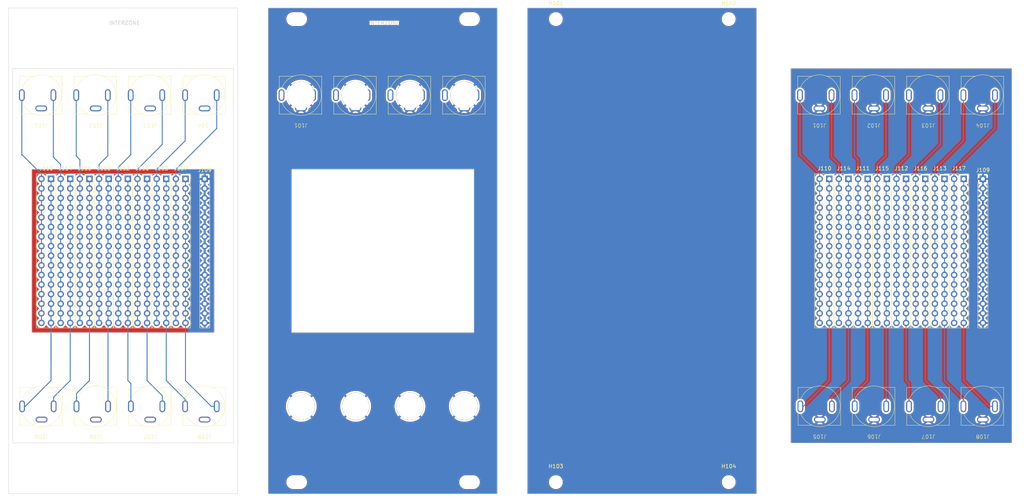
<source format=kicad_pcb>
(kicad_pcb (version 20221018) (generator pcbnew)
  (layers (0 "F.Cu" signal) (31 "B.Cu" signal) (34 "B.Paste" user) (35 "F.Paste" user) (36 "B.SilkS" user "B.Silkscreen") (37 "F.SilkS" user "F.Silkscreen") (38 "B.Mask" user) (39 "F.Mask" user) (44 "Edge.Cuts" user))
  (net 0 "")
  (net 1 "GND")
  (net 2 "Net-(J110-Pin_1)")
  (net 3 "Net-(J112-Pin_1)")
  (net 4 "Net-(J111-Pin_1)")
  (net 5 "Net-(J115-Pin_1)")
  (net 6 "Net-(J114-Pin_1)")
  (net 7 "Net-(J117-Pin_1)")
  (net 8 "Net-(J116-Pin_1)")
  (net 9 "Net-(J113-Pin_1)")
  (net 10 "Net-(J114-Pin_10)")
  (net 11 "Net-(J110-Pin_10)")
  (net 12 "Net-(J115-Pin_10)")
  (net 13 "Net-(J111-Pin_10)")
  (net 14 "Net-(J116-Pin_10)")
  (net 15 "Net-(J112-Pin_10)")
  (net 16 "Net-(J117-Pin_10)")
  (net 17 "Net-(J113-Pin_10)")
  (footprint "Connector_PinSocket_2.54mm:PinSocket_2x16_P2.54mm_Vertical" (layer "F.Cu") (at 6.44 71.64)
    (fp_text reference "J114")
    (fp_text value "Conn_02x16_Odd_Even")
  )
  (footprint "interzone:eurorack_hole" (layer "F.Cu") (at -2.3668 151.8504)
    (fp_text reference "H103")
    (fp_text value "MountingHole")
  )
  (footprint "interzone:XKC PJ-3411" (layer "F.Cu") (at 96.266532 49.499475 180)
    (fp_text reference "J103" hide)
    (fp_text value "Barrel_Jack_Switch_Pin3Ring")
  )
  (footprint "interzone:XKC PJ-3411-hole" (layer "F.Cu") (at 110.6682 131.804325)
    (fp_text reference "H110" hide)
    (fp_text value "MountingHole_Pad" hide)
  )
  (footprint "Connector_PinSocket_2.54mm:PinSocket_2x16_P2.54mm_Vertical" (layer "F.Cu") (at 16.6 71.64)
    (fp_text reference "J115")
    (fp_text value "Conn_02x16_Odd_Even")
  )
  (footprint "interzone:XKC PJ-3411" (layer "F.Cu") (at -1.23 49.499475 180)
    (fp_text reference "J101")
    (fp_text value "Barrel_Jack_Switch_Pin3Ring")
  )
  (footprint "Connector_PinSocket_2.54mm:PinSocket_2x16_P2.54mm_Vertical" (layer "F.Cu") (at 242.75 71.64)
    (fp_text reference "J117")
    (fp_text value "Conn_02x16_Odd_Even")
  )
  (footprint "interzone:eurorack_hole" (layer "F.Cu") (at -2.3668 29.3772)
    (fp_text reference "H101")
    (fp_text value "MountingHole")
  )
  (footprint "interzone:XKC PJ-3411" (layer "F.Cu") (at 27.602 131.804325 180)
    (fp_text reference "J107")
    (fp_text value "Barrel_Jack_Switch_Pin3Ring")
  )
  (footprint "interzone:XKC PJ-3411" (layer "F.Cu") (at 204.686 131.804325 180)
    (fp_text reference "J105")
    (fp_text value "Barrel_Jack_Switch_Pin3Ring")
  )
  (footprint "Connector_PinSocket_2.54mm:PinSocket_2x16_P2.54mm_Vertical" (layer "F.Cu") (at 1.36 71.64)
    (fp_text reference "J110")
    (fp_text value "Conn_02x16_Odd_Even")
  )
  (footprint "Connector_PinSocket_2.54mm:PinSocket_2x16_P2.54mm_Vertical" (layer "F.Cu") (at 227.51 71.64)
    (fp_text reference "J112")
    (fp_text value "Conn_02x16_Odd_Even")
  )
  (footprint "interzone:XKC PJ-3411-hole" (layer "F.Cu") (at 110.6682 49.499475)
    (fp_text reference "H111" hide)
    (fp_text value "MountingHole_Pad" hide)
  )
  (footprint "Connector_PinSocket_2.54mm:PinSocket_2x16_P2.54mm_Vertical" (layer "F.Cu") (at 232.59 71.64)
    (fp_text reference "J116")
    (fp_text value "Conn_02x16_Odd_Even")
  )
  (footprint "Connector_PinSocket_2.54mm:PinSocket_2x16_P2.54mm_Vertical" (layer "F.Cu") (at 21.68 71.64)
    (fp_text reference "J112")
    (fp_text value "Conn_02x16_Odd_Even")
  )
  (footprint "MountingHole:MountingHole_3.2mm_M3" (layer "F.Cu") (at 134.8832 29.3772)
    (fp_text reference "H101")
    (fp_text value "MountingHole")
  )
  (footprint "interzone:XKC PJ-3411" (layer "F.Cu") (at 41.975 131.804325 180)
    (fp_text reference "J108")
    (fp_text value "Barrel_Jack_Switch_Pin3Ring")
  )
  (footprint "interzone:eurorack_hole" (layer "F.Cu") (at 112.0464 151.8504)
    (fp_text reference "H104")
    (fp_text value "MountingHole")
  )
  (footprint "interzone:XKC PJ-3411" (layer "F.Cu") (at 233.432 131.804325 180)
    (fp_text reference "J107")
    (fp_text value "Barrel_Jack_Switch_Pin3Ring")
  )
  (footprint "interzone:XKC PJ-3411" (layer "F.Cu") (at 219.059 131.804325 180)
    (fp_text reference "J106")
    (fp_text value "Barrel_Jack_Switch_Pin3Ring")
  )
  (footprint "interzone:XKC PJ-3411" (layer "F.Cu") (at 247.805 49.499475 180)
    (fp_text reference "J104")
    (fp_text value "Barrel_Jack_Switch_Pin3Ring")
  )
  (footprint "interzone:eurorack_hole" (layer "F.Cu") (at 43.3532 29.3772)
    (fp_text reference "H102")
    (fp_text value "MountingHole")
  )
  (footprint "interzone:XKC PJ-3411" (layer "F.Cu") (at 13.229 131.804325 180)
    (fp_text reference "J106")
    (fp_text value "Barrel_Jack_Switch_Pin3Ring")
  )
  (footprint "interzone:XKC PJ-3411" (layer "F.Cu") (at 219.001666 49.499475 180)
    (fp_text reference "J102")
    (fp_text value "Barrel_Jack_Switch_Pin3Ring")
  )
  (footprint "interzone:XKC PJ-3411" (layer "F.Cu") (at 247.805 131.804325 180)
    (fp_text reference "J108")
    (fp_text value "Barrel_Jack_Switch_Pin3Ring")
  )
  (footprint "MountingHole:MountingHole_3.2mm_M3" (layer "F.Cu") (at 180.6032 151.8504)
    (fp_text reference "H104")
    (fp_text value "MountingHole")
  )
  (footprint "interzone:XKC PJ-3411-hole" (layer "F.Cu") (at 67.5492 131.804325)
    (fp_text reference "H106" hide)
    (fp_text value "MountingHole_Pad" hide)
  )
  (footprint "interzone:XKC PJ-3411" (layer "F.Cu") (at 41.975 49.499475 180)
    (fp_text reference "J104")
    (fp_text value "Barrel_Jack_Switch_Pin3Ring")
  )
  (footprint "interzone:XKC PJ-3411" (layer "F.Cu") (at 233.403332 49.499475 180)
    (fp_text reference "J103")
    (fp_text value "Barrel_Jack_Switch_Pin3Ring")
  )
  (footprint "MountingHole:MountingHole_3.2mm_M3" (layer "F.Cu") (at 134.8832 151.8504)
    (fp_text reference "H103")
    (fp_text value "MountingHole")
  )
  (footprint "interzone:eurorack_hole" (layer "F.Cu") (at 43.3532 151.8504)
    (fp_text reference "H104")
    (fp_text value "MountingHole")
  )
  (footprint "Connector_PinSocket_2.54mm:PinSocket_2x16_P2.54mm_Vertical" (layer "F.Cu") (at 11.52 71.64)
    (fp_text reference "J111")
    (fp_text value "Conn_02x16_Odd_Even")
  )
  (footprint "interzone:eurorack_hole" (layer "F.Cu") (at 112.0464 29.3772)
    (fp_text reference "H102")
    (fp_text value "MountingHole")
  )
  (footprint "interzone:XKC PJ-3411" (layer "F.Cu") (at 204.6 49.499475 180)
    (fp_text reference "J101")
    (fp_text value "Barrel_Jack_Switch_Pin3Ring")
  )
  (footprint "MountingHole:MountingHole_3.2mm_M3" (layer "F.Cu") (at 180.6032 29.3772)
    (fp_text reference "H102")
    (fp_text value "MountingHole")
  )
  (footprint "Connector_PinSocket_2.54mm:PinSocket_2x16_P2.54mm_Vertical" (layer "F.Cu") (at 36.92 71.64)
    (fp_text reference "J117")
    (fp_text value "Conn_02x16_Odd_Even")
  )
  (footprint "interzone:XKC PJ-3411-hole" (layer "F.Cu") (at 96.266532 49.499475)
    (fp_text reference "H109" hide)
    (fp_text value "MountingHole_Pad" hide)
  )
  (footprint "interzone:XKC PJ-3411" (layer "F.Cu") (at -1.144 131.804325 180)
    (fp_text reference "J105")
    (fp_text value "Barrel_Jack_Switch_Pin3Ring")
  )
  (footprint "Connector_PinSocket_2.54mm:PinSocket_2x16_P2.54mm_Vertical" (layer "F.Cu") (at 26.76 71.64)
    (fp_text reference "J116")
    (fp_text value "Conn_02x16_Odd_Even")
  )
  (footprint "Connector_PinSocket_2.54mm:PinSocket_2x16_P2.54mm_Vertical" (layer "F.Cu") (at 222.43 71.64)
    (fp_text reference "J115")
    (fp_text value "Conn_02x16_Odd_Even")
  )
  (footprint "Connector_PinSocket_2.54mm:PinSocket_2x16_P2.54mm_Vertical" (layer "F.Cu") (at 237.67 71.64)
    (fp_text reference "J113")
    (fp_text value "Conn_02x16_Odd_Even")
  )
  (footprint "Connector_PinSocket_2.54mm:PinSocket_2x16_P2.54mm_Vertical" (layer "F.Cu") (at 217.35 71.64)
    (fp_text reference "J111")
    (fp_text value "Conn_02x16_Odd_Even")
  )
  (footprint "Connector_PinHeader_2.54mm:PinHeader_1x16_P2.54mm_Vertical" (layer "F.Cu") (at 42 71.64)
    (fp_text reference "J109")
    (fp_text value "Conn_01x16")
  )
  (footprint "interzone:XKC PJ-3411-hole" (layer "F.Cu") (at 67.4632 49.499475)
    (fp_text reference "H105" hide)
    (fp_text value "MountingHole_Pad" hide)
  )
  (footprint "Connector_PinSocket_2.54mm:PinSocket_2x16_P2.54mm_Vertical" (layer "F.Cu") (at 31.84 71.64)
    (fp_text reference "J113")
    (fp_text value "Conn_02x16_Odd_Even")
  )
  (footprint "interzone:eurorack_hole" (layer "F.Cu") (at 66.3264 29.3772)
    (fp_text reference "H101")
    (fp_text value "MountingHole")
  )
  (footprint "interzone:eurorack_hole" (layer "F.Cu") (at 66.3264 151.8504)
    (fp_text reference "H103")
    (fp_text value "MountingHole")
  )
  (footprint "interzone:XKC PJ-3411" (layer "F.Cu") (at 13.171666 49.499475 180)
    (fp_text reference "J102")
    (fp_text value "Barrel_Jack_Switch_Pin3Ring")
  )
  (footprint "interzone:XKC PJ-3411" (layer "F.Cu") (at 27.573332 49.499475 180)
    (fp_text reference "J103")
    (fp_text value "Barrel_Jack_Switch_Pin3Ring")
  )
  (footprint "interzone:XKC PJ-3411" (layer "F.Cu") (at 81.864866 49.499475 180)
    (fp_text reference "J102" hide)
    (fp_text value "Barrel_Jack_Switch_Pin3Ring")
  )
  (footprint "interzone:XKC PJ-3411" (layer "F.Cu") (at 67.4632 49.499475 180)
    (fp_text reference "J101")
    (fp_text value "Barrel_Jack_Switch_Pin3Ring")
  )
  (footprint "Connector_PinSocket_2.54mm:PinSocket_2x16_P2.54mm_Vertical" (layer "F.Cu") (at 207.19 71.64)
    (fp_text reference "J110")
    (fp_text value "Conn_02x16_Odd_Even")
  )
  (footprint "interzone:XKC PJ-3411" (layer "F.Cu") (at 110.6682 49.499475 180)
    (fp_text reference "J104" hide)
    (fp_text value "Barrel_Jack_Switch_Pin3Ring")
  )
  (footprint "Connector_PinHeader_2.54mm:PinHeader_1x16_P2.54mm_Vertical" (layer "F.Cu") (at 247.83 71.64)
    (fp_text reference "J109")
    (fp_text value "Conn_01x16")
  )
  (footprint "interzone:XKC PJ-3411-hole" (layer "F.Cu") (at 81.864866 49.499475)
    (fp_text reference "H107" hide)
    (fp_text value "MountingHole_Pad" hide)
  )
  (footprint "interzone:XKC PJ-3411-hole" (layer "F.Cu") (at 81.9222 131.804325)
    (fp_text reference "H108" hide)
    (fp_text value "MountingHole_Pad" hide)
  )
  (footprint "interzone:XKC PJ-3411-hole" (layer "F.Cu") (at 96.2952 131.804325)
    (fp_text reference "H112" hide)
    (fp_text value "MountingHole_Pad" hide)
  )
  (footprint "Connector_PinSocket_2.54mm:PinSocket_2x16_P2.54mm_Vertical" (layer "F.Cu") (at 212.27 71.64)
    (fp_text reference "J114")
    (fp_text value "Conn_02x16_Odd_Even")
  )
  (gr_line (start 119.4032 26.44) (end 119.4032 154.94) (stroke (width 0.1)) (layer "Edge.Cuts"))
  (gr_line (start 187.96 26.44) (end 187.96 154.94) (stroke (width 0.1)) (layer "Edge.Cuts"))
  (gr_line (start 58.8032 154.94) (end 89.1032 154.94) (stroke (width 0.1)) (layer "Edge.Cuts"))
  (gr_line (start 89.1032 154.94) (end 119.4032 154.94) (stroke (width 0.1)) (layer "Edge.Cuts"))
  (gr_line (start 127.36 26.44) (end 157.66 26.44) (stroke (width 0.1)) (layer "Edge.Cuts"))
  (gr_line (start 20.41 154.94) (end 50.71 154.94) (stroke (width 0.1)) (layer "Edge.Cuts"))
  (gr_line (start 50.71 26.44) (end 50.71 154.94) (stroke (width 0.1)) (layer "Edge.Cuts"))
  (gr_line (start 127.36 154.94) (end 157.66 154.94) (stroke (width 0.1)) (layer "Edge.Cuts"))
  (gr_line (start 58.8032 26.44) (end 58.8032 154.94) (stroke (width 0.1)) (layer "Edge.Cuts"))
  (gr_line (start 127.36 26.44) (end 127.36 154.94) (stroke (width 0.1)) (layer "Edge.Cuts"))
  (gr_line (start 58.8032 26.44) (end 89.1032 26.44) (stroke (width 0.1)) (layer "Edge.Cuts"))
  (gr_line (start 20.41 26.44) (end 50.71 26.44) (stroke (width 0.1)) (layer "Edge.Cuts"))
  (gr_rect (start 64.9732 69.1) (end 113.2332 112.28) (stroke (width 0.1)) (fill none) (layer "Edge.Cuts"))
  (gr_line (start 157.66 26.44) (end 187.96 26.44) (stroke (width 0.1)) (layer "Edge.Cuts"))
  (gr_rect (start -8.8 42.43) (end 49.62 141.49) (stroke (width 0.1)) (fill none) (layer "Edge.Cuts"))
  (gr_line (start 157.66 154.94) (end 187.96 154.94) (stroke (width 0.1)) (layer "Edge.Cuts"))
  (gr_line (start 89.1032 26.44) (end 119.4032 26.44) (stroke (width 0.1)) (layer "Edge.Cuts"))
  (gr_rect (start -3.72 69.1) (end 44.54 112.28) (stroke (width 0.1)) (fill none) (layer "Edge.Cuts"))
  (gr_line (start -9.89 26.44) (end -9.89 154.94) (stroke (width 0.1)) (layer "Edge.Cuts"))
  (gr_line (start -9.89 154.94) (end 20.41 154.94) (stroke (width 0.1)) (layer "Edge.Cuts"))
  (gr_line (start -9.89 26.44) (end 20.41 26.44) (stroke (width 0.1)) (layer "Edge.Cuts"))
  (gr_rect (start 197.03 42.43) (end 255.45 141.49) (stroke (width 0.1)) (fill none) (layer "Edge.Cuts"))
  (gr_text "INTERZONE" (at 16.6 31) (layer "Edge.Cuts") (effects (font (size 1 1)) (justify left bottom)))
  (gr_text "INTERZONE" (at 85.2932 31) (layer "Edge.Cuts") (effects (font (size 1 1)) (justify left bottom)))
  (segment (start 113.8682 131.804325) (end 112.437525 131.804325) (width 0.25) (layer "B.Cu") (net 1))
  (segment (start 207.19 124.98) (end 200.365675 131.804325) (width 0.25) (layer "B.Cu") (net 2))
  (segment (start 1.36 119.9) (end 1.36 71.64) (width 0.25) (layer "B.Cu") (net 2))
  (segment (start -5.464325 131.804325) (end -6.285 131.804325) (width 0.25) (layer "B.Cu") (net 2))
  (segment (start 207.19 109.74) (end 207.19 124.98) (width 0.25) (layer "B.Cu") (net 2))
  (segment (start 200.365675 131.804325) (end 199.545 131.804325) (width 0.25) (layer "B.Cu") (net 2))
  (segment (start 207.19 119.9) (end 207.19 71.64) (width 0.25) (layer "B.Cu") (net 2))
  (segment (start 1.36 124.98) (end -5.464325 131.804325) (width 0.25) (layer "B.Cu") (net 2))
  (segment (start 1.36 109.74) (end 1.36 124.98) (width 0.25) (layer "B.Cu") (net 2))
  (segment (start 21.68 124.98) (end 21.68 71.64) (width 0.25) (layer "B.Cu") (net 3))
  (segment (start 227.51 124.98) (end 227.51 71.64) (width 0.25) (layer "B.Cu") (net 3))
  (segment (start 22.461 125.761) (end 21.68 124.98) (width 0.25) (layer "B.Cu") (net 3))
  (segment (start 228.291 131.804325) (end 228.291 125.761) (width 0.25) (layer "B.Cu") (net 3))
  (segment (start 228.291 125.761) (end 227.51 124.98) (width 0.25) (layer "B.Cu") (net 3))
  (segment (start 22.461 131.804325) (end 22.461 125.761) (width 0.25) (layer "B.Cu") (net 3))
  (segment (start 8.088 128.412) (end 11.52 124.98) (width 0.25) (layer "B.Cu") (net 4))
  (segment (start 213.918 128.412) (end 217.35 124.98) (width 0.25) (layer "B.Cu") (net 4))
  (segment (start 8.088 131.804325) (end 8.088 128.412) (width 0.25) (layer "B.Cu") (net 4))
  (segment (start 217.35 124.98) (end 217.35 71.64) (width 0.25) (layer "B.Cu") (net 4))
  (segment (start 11.52 124.98) (end 11.52 71.64) (width 0.25) (layer "B.Cu") (net 4))
  (segment (start 213.918 131.804325) (end 213.918 128.412) (width 0.25) (layer "B.Cu") (net 4))
  (segment (start 222.259 71.811) (end 222.43 71.64) (width 0.25) (layer "B.Cu") (net 5))
  (segment (start 16.429 71.811) (end 16.6 71.64) (width 0.25) (layer "B.Cu") (net 5))
  (segment (start 222.259 131.804325) (end 222.259 71.811) (width 0.25) (layer "B.Cu") (net 5))
  (segment (start 16.429 131.804325) (end 16.429 71.811) (width 0.25) (layer "B.Cu") (net 5))
  (segment (start 212.27 124.98) (end 207.886 129.364) (width 0.25) (layer "B.Cu") (net 6))
  (segment (start 212.27 71.64) (end 212.27 124.98) (width 0.25) (layer "B.Cu") (net 6))
  (segment (start 2.056 129.364) (end 2.056 131.804325) (width 0.25) (layer "B.Cu") (net 6))
  (segment (start 6.44 71.64) (end 6.44 124.98) (width 0.25) (layer "B.Cu") (net 6))
  (segment (start 6.44 124.98) (end 2.056 129.364) (width 0.25) (layer "B.Cu") (net 6))
  (segment (start 207.886 129.364) (end 207.886 131.804325) (width 0.25) (layer "B.Cu") (net 6))
  (segment (start 251.005 131.804325) (end 249.574325 131.804325) (width 0.25) (layer "B.Cu") (net 7))
  (segment (start 43.744325 131.804325) (end 36.92 124.98) (width 0.25) (layer "B.Cu") (net 7))
  (segment (start 249.574325 131.804325) (end 242.75 124.98) (width 0.25) (layer "B.Cu") (net 7))
  (segment (start 45.175 131.804325) (end 43.744325 131.804325) (width 0.25) (layer "B.Cu") (net 7))
  (segment (start 36.92 124.98) (end 36.92 71.64) (width 0.25) (layer "B.Cu") (net 7))
  (segment (start 242.75 124.98) (end 242.75 71.64) (width 0.25) (layer "B.Cu") (net 7))
  (segment (start 30.802 131.804325) (end 30.802 129.022) (width 0.25) (layer "B.Cu") (net 8))
  (segment (start 26.76 124.98) (end 26.76 71.64) (width 0.25) (layer "B.Cu") (net 8))
  (segment (start 30.802 129.022) (end 26.76 124.98) (width 0.25) (layer "B.Cu") (net 8))
  (segment (start 236.632 129.022) (end 232.59 124.98) (width 0.25) (layer "B.Cu") (net 8))
  (segment (start 236.632 131.804325) (end 236.632 129.022) (width 0.25) (layer "B.Cu") (net 8))
  (segment (start 232.59 124.98) (end 232.59 71.64) (width 0.25) (layer "B.Cu") (net 8))
  (segment (start 237.67 124.98) (end 237.67 71.64) (width 0.25) (layer "B.Cu") (net 9))
  (segment (start 36.834 131.804325) (end 36.834 129.974) (width 0.25) (layer "B.Cu") (net 9))
  (segment (start 242.664 129.974) (end 237.67 124.98) (width 0.25) (layer "B.Cu") (net 9))
  (segment (start 242.664 131.804325) (end 242.664 129.974) (width 0.25) (layer "B.Cu") (net 9))
  (segment (start 36.834 129.974) (end 31.84 124.98) (width 0.25) (layer "B.Cu") (net 9))
  (segment (start 31.84 124.98) (end 31.84 71.64) (width 0.25) (layer "B.Cu") (net 9))
  (segment (start 3.9 67.83) (end 3.9 109.74) (width 0.25) (layer "B.Cu") (net 10))
  (segment (start 1.97 49.499475) (end 1.97 65.9) (width 0.25) (layer "B.Cu") (net 10))
  (segment (start 1.97 65.9) (end 3.9 67.83) (width 0.25) (layer "B.Cu") (net 10))
  (segment (start 207.8 49.499475) (end 207.8 65.9) (width 0.25) (layer "B.Cu") (net 10))
  (segment (start 207.8 65.9) (end 209.73 67.83) (width 0.25) (layer "B.Cu") (net 10))
  (segment (start 209.73 67.83) (end 209.73 109.74) (width 0.25) (layer "B.Cu") (net 10))
  (segment (start -1.18 71.64) (end -1.18 109.74) (width 0.25) (layer "B.Cu") (net 11))
  (segment (start 199.459 49.499475) (end 199.459 65.29) (width 0.25) (layer "B.Cu") (net 11))
  (segment (start -6.371 49.499475) (end -6.371 65.29) (width 0.25) (layer "B.Cu") (net 11))
  (segment (start -1.18 70.37) (end -6.26 65.29) (width 0.25) (layer "B.Cu") (net 11))
  (segment (start -1.18 71.64) (end -1.18 70.37) (width 0.25) (layer "B.Cu") (net 11))
  (segment (start 204.65 71.64) (end 204.65 109.74) (width 0.25) (layer "B.Cu") (net 11))
  (segment (start 199.57 65.29) (end 199.459 65.29) (width 0.25) (layer "B.Cu") (net 11))
  (segment (start -6.26 65.29) (end -6.371 65.29) (width 0.25) (layer "B.Cu") (net 11))
  (segment (start 204.65 70.37) (end 199.57 65.29) (width 0.25) (layer "B.Cu") (net 11))
  (segment (start 204.65 71.64) (end 204.65 70.37) (width 0.25) (layer "B.Cu") (net 11))
  (segment (start 222.201666 65.518334) (end 219.89 67.83) (width 0.25) (layer "B.Cu") (net 12))
  (segment (start 16.371666 49.499475) (end 16.371666 65.518334) (width 0.25) (layer "B.Cu") (net 12))
  (segment (start 222.201666 49.499475) (end 222.201666 65.518334) (width 0.25) (layer "B.Cu") (net 12))
  (segment (start 14.06 67.83) (end 14.06 109.74) (width 0.25) (layer "B.Cu") (net 12))
  (segment (start 16.371666 65.518334) (end 14.06 67.83) (width 0.25) (layer "B.Cu") (net 12))
  (segment (start 219.89 67.83) (end 219.89 109.74) (width 0.25) (layer "B.Cu") (net 12))
  (segment (start 8.030666 65.610666) (end 8.98 66.56) (width 0.25) (layer "B.Cu") (net 13))
  (segment (start 213.860666 49.499475) (end 213.860666 65.610666) (width 0.25) (layer "B.Cu") (net 13))
  (segment (start 213.860666 65.610666) (end 214.81 66.56) (width 0.25) (layer "B.Cu") (net 13))
  (segment (start 8.98 66.56) (end 8.98 109.74) (width 0.25) (layer "B.Cu") (net 13))
  (segment (start 214.81 66.56) (end 214.81 109.74) (width 0.25) (layer "B.Cu") (net 13))
  (segment (start 8.030666 49.499475) (end 8.030666 65.610666) (width 0.25) (layer "B.Cu") (net 13))
  (segment (start 30.773332 49.499475) (end 30.773332 62.546668) (width 0.25) (layer "B.Cu") (net 14))
  (segment (start 236.603332 62.546668) (end 230.05 69.1) (width 0.25) (layer "B.Cu") (net 14))
  (segment (start 230.05 91.96) (end 230.05 109.74) (width 0.25) (layer "B.Cu") (net 14))
  (segment (start 24.22 69.1) (end 24.22 91.96) (width 0.25) (layer "B.Cu") (net 14))
  (segment (start 236.603332 49.499475) (end 236.603332 62.546668) (width 0.25) (layer "B.Cu") (net 14))
  (segment (start 230.05 69.1) (end 230.05 91.96) (width 0.25) (layer "B.Cu") (net 14))
  (segment (start 30.773332 62.546668) (end 24.22 69.1) (width 0.25) (layer "B.Cu") (net 14))
  (segment (start 24.22 91.96) (end 24.22 109.74) (width 0.25) (layer "B.Cu") (net 14))
  (segment (start 19.14 71.64) (end 19.14 68.582332) (width 0.25) (layer "B.Cu") (net 15))
  (segment (start 228.262332 49.499475) (end 228.262332 65.29) (width 0.25) (layer "B.Cu") (net 15))
  (segment (start 22.432332 49.499475) (end 22.432332 65.29) (width 0.25) (layer "B.Cu") (net 15))
  (segment (start 19.14 69.1) (end 19.14 109.74) (width 0.25) (layer "B.Cu") (net 15))
  (segment (start 224.97 71.64) (end 224.97 68.582332) (width 0.25) (layer "B.Cu") (net 15))
  (segment (start 19.14 68.582332) (end 22.432332 65.29) (width 0.25) (layer "B.Cu") (net 15))
  (segment (start 224.97 69.1) (end 224.97 109.74) (width 0.25) (layer "B.Cu") (net 15))
  (segment (start 224.97 68.582332) (end 228.262332 65.29) (width 0.25) (layer "B.Cu") (net 15))
  (segment (start 251.005 58.305) (end 240.21 69.1) (width 0.25) (layer "B.Cu") (net 16))
  (segment (start 45.175 58.305) (end 34.38 69.1) (width 0.25) (layer "B.Cu") (net 16))
  (segment (start 45.175 49.499475) (end 45.175 58.305) (width 0.25) (layer "B.Cu") (net 16))
  (segment (start 251.005 49.499475) (end 251.005 58.305) (width 0.25) (layer "B.Cu") (net 16))
  (segment (start 34.38 69.1) (end 34.38 109.74) (width 0.25) (layer "B.Cu") (net 16))
  (segment (start 240.21 69.1) (end 240.21 109.74) (width 0.25) (layer "B.Cu") (net 16))
  (segment (start 235.13 69.1) (end 235.13 109.74) (width 0.25) (layer "B.Cu") (net 17))
  (segment (start 242.664 61.566) (end 235.13 69.1) (width 0.25) (layer "B.Cu") (net 17))
  (segment (start 36.834 61.566) (end 29.3 69.1) (width 0.25) (layer "B.Cu") (net 17))
  (segment (start 36.834 49.499475) (end 36.834 61.566) (width 0.25) (layer "B.Cu") (net 17))
  (segment (start 29.3 69.1) (end 29.3 109.74) (width 0.25) (layer "B.Cu") (net 17))
  (segment (start 242.664 49.499475) (end 242.664 61.566) (width 0.25) (layer "B.Cu") (net 17))
  (zone (net 1) (net_name "GND") (layers "F&B.Cu") (connect_pads (clearance 0.5)) (min_thickness 0.25) (fill yes (thermal_gap 0.5) (thermal_bridge_width 0.5))
    (polygon (pts (xy 127.3832 26.428) (xy 187.9368 26.428) (xy 187.9368 154.952) (xy 127.3832 154.952)))
  )
  (zone (net 1) (net_name "GND") (layers "F&B.Cu") (connect_pads (clearance 0.5)) (min_thickness 0.25) (fill yes (thermal_gap 0.5) (thermal_bridge_width 0.5))
    (polygon (pts (xy -9.8668 26.428) (xy 50.6868 26.428) (xy 50.6868 154.952) (xy -9.8668 154.952)))
  )
  (zone (net 1) (net_name "GND") (layers "F&B.Cu") (priority 1) (connect_pads (clearance 0.5)) (min_thickness 0.25) (fill yes (thermal_gap 0.5) (thermal_bridge_width 0.5))
    (polygon (pts (xy 196.85 41.91) (xy 256.54 41.91) (xy 256.54 142.24) (xy 196.85 142.24)))
  )
  (zone (net 1) (net_name "GND") (layers "F&B.Cu") (connect_pads (clearance 0.5)) (min_thickness 0.25) (fill yes (thermal_gap 0.5) (thermal_bridge_width 0.5))
    (polygon (pts (xy 58.8264 26.428) (xy 119.38 26.428) (xy 119.38 154.952) (xy 58.8264 154.952)))
  )
)
</source>
